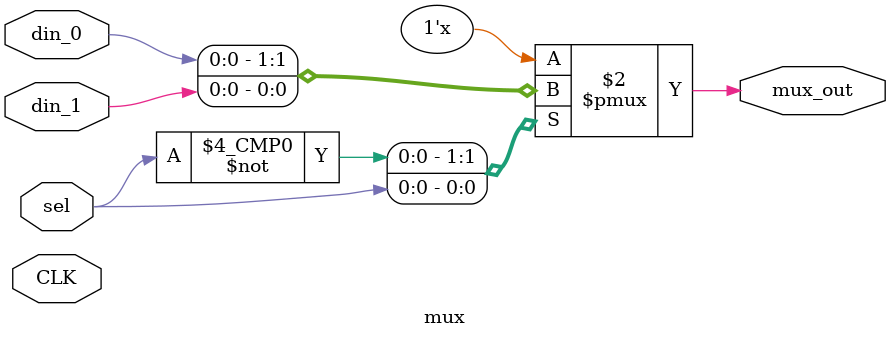
<source format=v>


module  mux(
din_0      , // Mux first input
din_1      , // Mux Second input
sel           , // Select input
mux_out,   // Mux output
CLK
);
input din_0, din_1, sel ;
output mux_out;
reg  mux_out;
input CLK;
always @ (sel or din_0 or din_1)
begin : MUX
 case(sel ) 
    1'b0 : mux_out = din_0;
    1'b1 : mux_out = din_1;
 endcase 
end

endmodule
</source>
